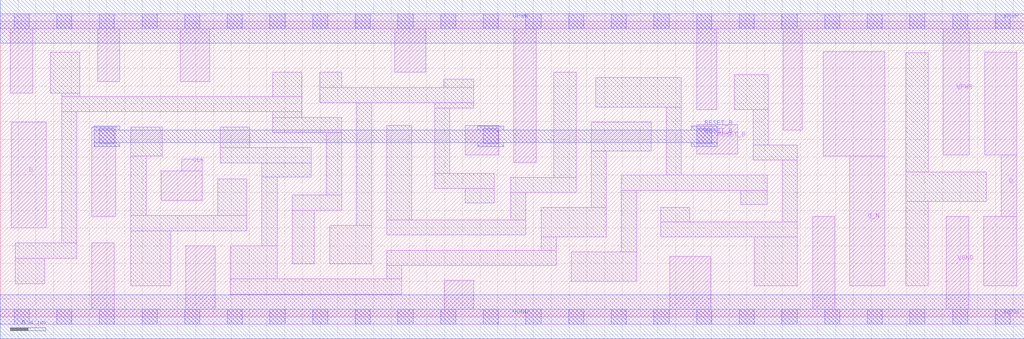
<source format=lef>
# Copyright 2020 The SkyWater PDK Authors
#
# Licensed under the Apache License, Version 2.0 (the "License");
# you may not use this file except in compliance with the License.
# You may obtain a copy of the License at
#
#     https://www.apache.org/licenses/LICENSE-2.0
#
# Unless required by applicable law or agreed to in writing, software
# distributed under the License is distributed on an "AS IS" BASIS,
# WITHOUT WARRANTIES OR CONDITIONS OF ANY KIND, either express or implied.
# See the License for the specific language governing permissions and
# limitations under the License.
#
# SPDX-License-Identifier: Apache-2.0

VERSION 5.7 ;
  NAMESCASESENSITIVE ON ;
  NOWIREEXTENSIONATPIN ON ;
  DIVIDERCHAR "/" ;
  BUSBITCHARS "[]" ;
UNITS
  DATABASE MICRONS 200 ;
END UNITS
MACRO sky130_fd_sc_hs__dfrbp_1
  CLASS CORE ;
  SOURCE USER ;
  FOREIGN sky130_fd_sc_hs__dfrbp_1 ;
  ORIGIN  0.000000  0.000000 ;
  SIZE  11.52000 BY  3.330000 ;
  SYMMETRY X Y R90 ;
  SITE unit ;
  PIN D
    ANTENNAGATEAREA  0.126000 ;
    DIRECTION INPUT ;
    USE SIGNAL ;
    PORT
      LAYER li1 ;
        RECT 0.125000 1.000000 0.520000 2.195000 ;
    END
  END D
  PIN Q
    ANTENNADIFFAREA  0.541300 ;
    DIRECTION OUTPUT ;
    USE SIGNAL ;
    PORT
      LAYER li1 ;
        RECT 11.065000 0.350000 11.435000 1.130000 ;
        RECT 11.075000 1.820000 11.435000 2.980000 ;
        RECT 11.265000 1.130000 11.435000 1.820000 ;
    END
  END Q
  PIN Q_N
    ANTENNADIFFAREA  0.951500 ;
    DIRECTION OUTPUT ;
    USE SIGNAL ;
    PORT
      LAYER li1 ;
        RECT 9.260000 1.810000 9.950000 2.985000 ;
        RECT 9.560000 0.350000 9.950000 1.810000 ;
    END
  END Q_N
  PIN RESET_B
    ANTENNAGATEAREA  0.378000 ;
    DIRECTION INPUT ;
    USE SIGNAL ;
    PORT
      LAYER li1 ;
        RECT 1.030000 1.130000 1.300000 2.140000 ;
        RECT 5.230000 1.825000 5.610000 2.155000 ;
        RECT 7.835000 1.835000 8.300000 2.165000 ;
      LAYER mcon ;
        RECT 1.115000 1.950000 1.285000 2.120000 ;
        RECT 5.435000 1.950000 5.605000 2.120000 ;
        RECT 7.835000 1.950000 8.005000 2.120000 ;
      LAYER met1 ;
        RECT 1.055000 1.920000 1.345000 1.965000 ;
        RECT 1.055000 1.965000 8.065000 2.105000 ;
        RECT 1.055000 2.105000 1.345000 2.150000 ;
        RECT 5.375000 1.920000 5.665000 1.965000 ;
        RECT 5.375000 2.105000 5.665000 2.150000 ;
        RECT 7.775000 1.920000 8.065000 1.965000 ;
        RECT 7.775000 2.105000 8.065000 2.150000 ;
    END
  END RESET_B
  PIN CLK
    ANTENNAGATEAREA  0.279000 ;
    DIRECTION INPUT ;
    USE CLOCK ;
    PORT
      LAYER li1 ;
        RECT 1.810000 1.310000 2.275000 1.640000 ;
        RECT 2.045000 1.640000 2.275000 1.780000 ;
    END
  END CLK
  PIN VGND
    DIRECTION INOUT ;
    USE GROUND ;
    PORT
      LAYER li1 ;
        RECT  0.000000 -0.085000 11.520000 0.085000 ;
        RECT  1.030000  0.085000  1.280000 0.830000 ;
        RECT  2.090000  0.085000  2.420000 0.800000 ;
        RECT  4.995000  0.085000  5.325000 0.410000 ;
        RECT  7.535000  0.085000  7.995000 0.680000 ;
        RECT  9.140000  0.085000  9.390000 1.130000 ;
        RECT 10.645000  0.085000 10.895000 1.130000 ;
      LAYER mcon ;
        RECT  0.155000 -0.085000  0.325000 0.085000 ;
        RECT  0.635000 -0.085000  0.805000 0.085000 ;
        RECT  1.115000 -0.085000  1.285000 0.085000 ;
        RECT  1.595000 -0.085000  1.765000 0.085000 ;
        RECT  2.075000 -0.085000  2.245000 0.085000 ;
        RECT  2.555000 -0.085000  2.725000 0.085000 ;
        RECT  3.035000 -0.085000  3.205000 0.085000 ;
        RECT  3.515000 -0.085000  3.685000 0.085000 ;
        RECT  3.995000 -0.085000  4.165000 0.085000 ;
        RECT  4.475000 -0.085000  4.645000 0.085000 ;
        RECT  4.955000 -0.085000  5.125000 0.085000 ;
        RECT  5.435000 -0.085000  5.605000 0.085000 ;
        RECT  5.915000 -0.085000  6.085000 0.085000 ;
        RECT  6.395000 -0.085000  6.565000 0.085000 ;
        RECT  6.875000 -0.085000  7.045000 0.085000 ;
        RECT  7.355000 -0.085000  7.525000 0.085000 ;
        RECT  7.835000 -0.085000  8.005000 0.085000 ;
        RECT  8.315000 -0.085000  8.485000 0.085000 ;
        RECT  8.795000 -0.085000  8.965000 0.085000 ;
        RECT  9.275000 -0.085000  9.445000 0.085000 ;
        RECT  9.755000 -0.085000  9.925000 0.085000 ;
        RECT 10.235000 -0.085000 10.405000 0.085000 ;
        RECT 10.715000 -0.085000 10.885000 0.085000 ;
        RECT 11.195000 -0.085000 11.365000 0.085000 ;
      LAYER met1 ;
        RECT 0.000000 -0.245000 11.520000 0.245000 ;
    END
  END VGND
  PIN VPWR
    DIRECTION INOUT ;
    USE POWER ;
    PORT
      LAYER li1 ;
        RECT  0.000000 3.245000 11.520000 3.415000 ;
        RECT  0.115000 2.520000  0.365000 3.245000 ;
        RECT  1.095000 2.650000  1.345000 3.245000 ;
        RECT  2.025000 2.650000  2.355000 3.245000 ;
        RECT  4.440000 2.755000  4.785000 3.245000 ;
        RECT  5.780000 1.740000  6.030000 3.245000 ;
        RECT  7.835000 2.335000  8.060000 3.245000 ;
        RECT  8.810000 2.105000  9.025000 3.245000 ;
        RECT 10.610000 1.820000 10.905000 3.245000 ;
      LAYER mcon ;
        RECT  0.155000 3.245000  0.325000 3.415000 ;
        RECT  0.635000 3.245000  0.805000 3.415000 ;
        RECT  1.115000 3.245000  1.285000 3.415000 ;
        RECT  1.595000 3.245000  1.765000 3.415000 ;
        RECT  2.075000 3.245000  2.245000 3.415000 ;
        RECT  2.555000 3.245000  2.725000 3.415000 ;
        RECT  3.035000 3.245000  3.205000 3.415000 ;
        RECT  3.515000 3.245000  3.685000 3.415000 ;
        RECT  3.995000 3.245000  4.165000 3.415000 ;
        RECT  4.475000 3.245000  4.645000 3.415000 ;
        RECT  4.955000 3.245000  5.125000 3.415000 ;
        RECT  5.435000 3.245000  5.605000 3.415000 ;
        RECT  5.915000 3.245000  6.085000 3.415000 ;
        RECT  6.395000 3.245000  6.565000 3.415000 ;
        RECT  6.875000 3.245000  7.045000 3.415000 ;
        RECT  7.355000 3.245000  7.525000 3.415000 ;
        RECT  7.835000 3.245000  8.005000 3.415000 ;
        RECT  8.315000 3.245000  8.485000 3.415000 ;
        RECT  8.795000 3.245000  8.965000 3.415000 ;
        RECT  9.275000 3.245000  9.445000 3.415000 ;
        RECT  9.755000 3.245000  9.925000 3.415000 ;
        RECT 10.235000 3.245000 10.405000 3.415000 ;
        RECT 10.715000 3.245000 10.885000 3.415000 ;
        RECT 11.195000 3.245000 11.365000 3.415000 ;
      LAYER met1 ;
        RECT 0.000000 3.085000 11.520000 3.575000 ;
    END
  END VPWR
  OBS
    LAYER li1 ;
      RECT  0.170000 0.370000  0.500000 0.660000 ;
      RECT  0.170000 0.660000  0.860000 0.830000 ;
      RECT  0.565000 2.520000  0.895000 2.980000 ;
      RECT  0.690000 0.830000  0.860000 2.310000 ;
      RECT  0.690000 2.310000  3.395000 2.480000 ;
      RECT  0.690000 2.480000  0.895000 2.520000 ;
      RECT  1.470000 0.350000  1.920000 0.970000 ;
      RECT  1.470000 0.970000  2.775000 1.140000 ;
      RECT  1.470000 1.140000  1.640000 1.810000 ;
      RECT  1.470000 1.810000  1.825000 2.140000 ;
      RECT  2.445000 1.140000  2.775000 1.550000 ;
      RECT  2.475000 1.735000  3.500000 1.905000 ;
      RECT  2.475000 1.905000  2.805000 2.140000 ;
      RECT  2.590000 0.255000  4.520000 0.425000 ;
      RECT  2.590000 0.425000  3.115000 0.800000 ;
      RECT  2.945000 0.800000  3.115000 1.575000 ;
      RECT  2.945000 1.575000  3.500000 1.735000 ;
      RECT  3.065000 2.075000  3.840000 2.245000 ;
      RECT  3.065000 2.245000  3.395000 2.310000 ;
      RECT  3.065000 2.480000  3.395000 2.755000 ;
      RECT  3.285000 0.595000  3.535000 1.200000 ;
      RECT  3.285000 1.200000  3.840000 1.370000 ;
      RECT  3.595000 2.415000  5.325000 2.585000 ;
      RECT  3.595000 2.585000  3.845000 2.755000 ;
      RECT  3.670000 1.370000  3.840000 2.075000 ;
      RECT  3.705000 0.595000  4.180000 1.030000 ;
      RECT  4.010000 1.030000  4.180000 2.415000 ;
      RECT  4.350000 0.425000  4.520000 0.580000 ;
      RECT  4.350000 0.580000  6.255000 0.750000 ;
      RECT  4.350000 0.920000  5.915000 1.090000 ;
      RECT  4.350000 1.090000  4.630000 2.155000 ;
      RECT  4.890000 1.445000  5.560000 1.615000 ;
      RECT  4.890000 1.615000  5.060000 2.350000 ;
      RECT  4.890000 2.350000  5.325000 2.415000 ;
      RECT  4.990000 2.585000  5.325000 2.680000 ;
      RECT  5.230000 1.285000  5.560000 1.445000 ;
      RECT  5.745000 1.090000  5.915000 1.400000 ;
      RECT  5.745000 1.400000  6.480000 1.570000 ;
      RECT  6.085000 0.750000  6.255000 0.900000 ;
      RECT  6.085000 0.900000  6.820000 1.230000 ;
      RECT  6.230000 1.570000  6.480000 2.755000 ;
      RECT  6.425000 0.400000  7.160000 0.730000 ;
      RECT  6.650000 1.230000  6.820000 1.865000 ;
      RECT  6.650000 1.865000  7.325000 2.195000 ;
      RECT  6.700000 2.365000  7.665000 2.695000 ;
      RECT  6.990000 0.730000  7.160000 1.425000 ;
      RECT  6.990000 1.425000  8.630000 1.595000 ;
      RECT  7.430000 0.900000  8.970000 1.070000 ;
      RECT  7.430000 1.070000  7.760000 1.230000 ;
      RECT  7.495000 1.595000  7.665000 2.365000 ;
      RECT  8.260000 2.335000  8.640000 2.730000 ;
      RECT  8.330000 1.265000  8.630000 1.425000 ;
      RECT  8.470000 1.765000  8.970000 1.935000 ;
      RECT  8.470000 1.935000  8.640000 2.335000 ;
      RECT  8.485000 0.350000  8.970000 0.900000 ;
      RECT  8.800000 1.070000  8.970000 1.765000 ;
      RECT 10.190000 0.350000 10.440000 1.300000 ;
      RECT 10.190000 1.300000 11.095000 1.630000 ;
      RECT 10.190000 1.630000 10.440000 2.975000 ;
  END
END sky130_fd_sc_hs__dfrbp_1

</source>
